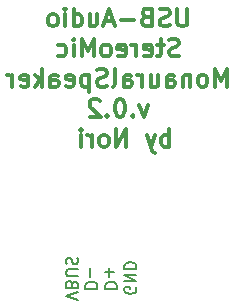
<source format=gbo>
G04 #@! TF.GenerationSoftware,KiCad,Pcbnew,(5.1.8)-1*
G04 #@! TF.CreationDate,2021-04-18T13:12:28+09:00*
G04 #@! TF.ProjectId,USB-Audio-StereoMic&MonauralSpeaker,5553422d-4175-4646-996f-2d5374657265,rev?*
G04 #@! TF.SameCoordinates,Original*
G04 #@! TF.FileFunction,Legend,Bot*
G04 #@! TF.FilePolarity,Positive*
%FSLAX46Y46*%
G04 Gerber Fmt 4.6, Leading zero omitted, Abs format (unit mm)*
G04 Created by KiCad (PCBNEW (5.1.8)-1) date 2021-04-18 13:12:28*
%MOMM*%
%LPD*%
G01*
G04 APERTURE LIST*
%ADD10C,0.300000*%
%ADD11C,0.150000*%
G04 APERTURE END LIST*
D10*
X125857142Y-108678571D02*
X125857142Y-109892857D01*
X125785714Y-110035714D01*
X125714285Y-110107142D01*
X125571428Y-110178571D01*
X125285714Y-110178571D01*
X125142857Y-110107142D01*
X125071428Y-110035714D01*
X125000000Y-109892857D01*
X125000000Y-108678571D01*
X124357142Y-110107142D02*
X124142857Y-110178571D01*
X123785714Y-110178571D01*
X123642857Y-110107142D01*
X123571428Y-110035714D01*
X123500000Y-109892857D01*
X123500000Y-109750000D01*
X123571428Y-109607142D01*
X123642857Y-109535714D01*
X123785714Y-109464285D01*
X124071428Y-109392857D01*
X124214285Y-109321428D01*
X124285714Y-109250000D01*
X124357142Y-109107142D01*
X124357142Y-108964285D01*
X124285714Y-108821428D01*
X124214285Y-108750000D01*
X124071428Y-108678571D01*
X123714285Y-108678571D01*
X123500000Y-108750000D01*
X122357142Y-109392857D02*
X122142857Y-109464285D01*
X122071428Y-109535714D01*
X122000000Y-109678571D01*
X122000000Y-109892857D01*
X122071428Y-110035714D01*
X122142857Y-110107142D01*
X122285714Y-110178571D01*
X122857142Y-110178571D01*
X122857142Y-108678571D01*
X122357142Y-108678571D01*
X122214285Y-108750000D01*
X122142857Y-108821428D01*
X122071428Y-108964285D01*
X122071428Y-109107142D01*
X122142857Y-109250000D01*
X122214285Y-109321428D01*
X122357142Y-109392857D01*
X122857142Y-109392857D01*
X121357142Y-109607142D02*
X120214285Y-109607142D01*
X119571428Y-109750000D02*
X118857142Y-109750000D01*
X119714285Y-110178571D02*
X119214285Y-108678571D01*
X118714285Y-110178571D01*
X117571428Y-109178571D02*
X117571428Y-110178571D01*
X118214285Y-109178571D02*
X118214285Y-109964285D01*
X118142857Y-110107142D01*
X118000000Y-110178571D01*
X117785714Y-110178571D01*
X117642857Y-110107142D01*
X117571428Y-110035714D01*
X116214285Y-110178571D02*
X116214285Y-108678571D01*
X116214285Y-110107142D02*
X116357142Y-110178571D01*
X116642857Y-110178571D01*
X116785714Y-110107142D01*
X116857142Y-110035714D01*
X116928571Y-109892857D01*
X116928571Y-109464285D01*
X116857142Y-109321428D01*
X116785714Y-109250000D01*
X116642857Y-109178571D01*
X116357142Y-109178571D01*
X116214285Y-109250000D01*
X115500000Y-110178571D02*
X115500000Y-109178571D01*
X115500000Y-108678571D02*
X115571428Y-108750000D01*
X115500000Y-108821428D01*
X115428571Y-108750000D01*
X115500000Y-108678571D01*
X115500000Y-108821428D01*
X114571428Y-110178571D02*
X114714285Y-110107142D01*
X114785714Y-110035714D01*
X114857142Y-109892857D01*
X114857142Y-109464285D01*
X114785714Y-109321428D01*
X114714285Y-109250000D01*
X114571428Y-109178571D01*
X114357142Y-109178571D01*
X114214285Y-109250000D01*
X114142857Y-109321428D01*
X114071428Y-109464285D01*
X114071428Y-109892857D01*
X114142857Y-110035714D01*
X114214285Y-110107142D01*
X114357142Y-110178571D01*
X114571428Y-110178571D01*
X125142857Y-112657142D02*
X124928571Y-112728571D01*
X124571428Y-112728571D01*
X124428571Y-112657142D01*
X124357142Y-112585714D01*
X124285714Y-112442857D01*
X124285714Y-112300000D01*
X124357142Y-112157142D01*
X124428571Y-112085714D01*
X124571428Y-112014285D01*
X124857142Y-111942857D01*
X125000000Y-111871428D01*
X125071428Y-111800000D01*
X125142857Y-111657142D01*
X125142857Y-111514285D01*
X125071428Y-111371428D01*
X125000000Y-111300000D01*
X124857142Y-111228571D01*
X124500000Y-111228571D01*
X124285714Y-111300000D01*
X123857142Y-111728571D02*
X123285714Y-111728571D01*
X123642857Y-111228571D02*
X123642857Y-112514285D01*
X123571428Y-112657142D01*
X123428571Y-112728571D01*
X123285714Y-112728571D01*
X122214285Y-112657142D02*
X122357142Y-112728571D01*
X122642857Y-112728571D01*
X122785714Y-112657142D01*
X122857142Y-112514285D01*
X122857142Y-111942857D01*
X122785714Y-111800000D01*
X122642857Y-111728571D01*
X122357142Y-111728571D01*
X122214285Y-111800000D01*
X122142857Y-111942857D01*
X122142857Y-112085714D01*
X122857142Y-112228571D01*
X121500000Y-112728571D02*
X121500000Y-111728571D01*
X121500000Y-112014285D02*
X121428571Y-111871428D01*
X121357142Y-111800000D01*
X121214285Y-111728571D01*
X121071428Y-111728571D01*
X120000000Y-112657142D02*
X120142857Y-112728571D01*
X120428571Y-112728571D01*
X120571428Y-112657142D01*
X120642857Y-112514285D01*
X120642857Y-111942857D01*
X120571428Y-111800000D01*
X120428571Y-111728571D01*
X120142857Y-111728571D01*
X120000000Y-111800000D01*
X119928571Y-111942857D01*
X119928571Y-112085714D01*
X120642857Y-112228571D01*
X119071428Y-112728571D02*
X119214285Y-112657142D01*
X119285714Y-112585714D01*
X119357142Y-112442857D01*
X119357142Y-112014285D01*
X119285714Y-111871428D01*
X119214285Y-111800000D01*
X119071428Y-111728571D01*
X118857142Y-111728571D01*
X118714285Y-111800000D01*
X118642857Y-111871428D01*
X118571428Y-112014285D01*
X118571428Y-112442857D01*
X118642857Y-112585714D01*
X118714285Y-112657142D01*
X118857142Y-112728571D01*
X119071428Y-112728571D01*
X117928571Y-112728571D02*
X117928571Y-111228571D01*
X117428571Y-112300000D01*
X116928571Y-111228571D01*
X116928571Y-112728571D01*
X116214285Y-112728571D02*
X116214285Y-111728571D01*
X116214285Y-111228571D02*
X116285714Y-111300000D01*
X116214285Y-111371428D01*
X116142857Y-111300000D01*
X116214285Y-111228571D01*
X116214285Y-111371428D01*
X114857142Y-112657142D02*
X115000000Y-112728571D01*
X115285714Y-112728571D01*
X115428571Y-112657142D01*
X115500000Y-112585714D01*
X115571428Y-112442857D01*
X115571428Y-112014285D01*
X115500000Y-111871428D01*
X115428571Y-111800000D01*
X115285714Y-111728571D01*
X115000000Y-111728571D01*
X114857142Y-111800000D01*
X129178571Y-115278571D02*
X129178571Y-113778571D01*
X128678571Y-114850000D01*
X128178571Y-113778571D01*
X128178571Y-115278571D01*
X127250000Y-115278571D02*
X127392857Y-115207142D01*
X127464285Y-115135714D01*
X127535714Y-114992857D01*
X127535714Y-114564285D01*
X127464285Y-114421428D01*
X127392857Y-114350000D01*
X127250000Y-114278571D01*
X127035714Y-114278571D01*
X126892857Y-114350000D01*
X126821428Y-114421428D01*
X126750000Y-114564285D01*
X126750000Y-114992857D01*
X126821428Y-115135714D01*
X126892857Y-115207142D01*
X127035714Y-115278571D01*
X127250000Y-115278571D01*
X126107142Y-114278571D02*
X126107142Y-115278571D01*
X126107142Y-114421428D02*
X126035714Y-114350000D01*
X125892857Y-114278571D01*
X125678571Y-114278571D01*
X125535714Y-114350000D01*
X125464285Y-114492857D01*
X125464285Y-115278571D01*
X124107142Y-115278571D02*
X124107142Y-114492857D01*
X124178571Y-114350000D01*
X124321428Y-114278571D01*
X124607142Y-114278571D01*
X124750000Y-114350000D01*
X124107142Y-115207142D02*
X124250000Y-115278571D01*
X124607142Y-115278571D01*
X124750000Y-115207142D01*
X124821428Y-115064285D01*
X124821428Y-114921428D01*
X124750000Y-114778571D01*
X124607142Y-114707142D01*
X124250000Y-114707142D01*
X124107142Y-114635714D01*
X122750000Y-114278571D02*
X122750000Y-115278571D01*
X123392857Y-114278571D02*
X123392857Y-115064285D01*
X123321428Y-115207142D01*
X123178571Y-115278571D01*
X122964285Y-115278571D01*
X122821428Y-115207142D01*
X122750000Y-115135714D01*
X122035714Y-115278571D02*
X122035714Y-114278571D01*
X122035714Y-114564285D02*
X121964285Y-114421428D01*
X121892857Y-114350000D01*
X121750000Y-114278571D01*
X121607142Y-114278571D01*
X120464285Y-115278571D02*
X120464285Y-114492857D01*
X120535714Y-114350000D01*
X120678571Y-114278571D01*
X120964285Y-114278571D01*
X121107142Y-114350000D01*
X120464285Y-115207142D02*
X120607142Y-115278571D01*
X120964285Y-115278571D01*
X121107142Y-115207142D01*
X121178571Y-115064285D01*
X121178571Y-114921428D01*
X121107142Y-114778571D01*
X120964285Y-114707142D01*
X120607142Y-114707142D01*
X120464285Y-114635714D01*
X119535714Y-115278571D02*
X119678571Y-115207142D01*
X119750000Y-115064285D01*
X119750000Y-113778571D01*
X119035714Y-115207142D02*
X118821428Y-115278571D01*
X118464285Y-115278571D01*
X118321428Y-115207142D01*
X118250000Y-115135714D01*
X118178571Y-114992857D01*
X118178571Y-114850000D01*
X118250000Y-114707142D01*
X118321428Y-114635714D01*
X118464285Y-114564285D01*
X118750000Y-114492857D01*
X118892857Y-114421428D01*
X118964285Y-114350000D01*
X119035714Y-114207142D01*
X119035714Y-114064285D01*
X118964285Y-113921428D01*
X118892857Y-113850000D01*
X118750000Y-113778571D01*
X118392857Y-113778571D01*
X118178571Y-113850000D01*
X117535714Y-114278571D02*
X117535714Y-115778571D01*
X117535714Y-114350000D02*
X117392857Y-114278571D01*
X117107142Y-114278571D01*
X116964285Y-114350000D01*
X116892857Y-114421428D01*
X116821428Y-114564285D01*
X116821428Y-114992857D01*
X116892857Y-115135714D01*
X116964285Y-115207142D01*
X117107142Y-115278571D01*
X117392857Y-115278571D01*
X117535714Y-115207142D01*
X115607142Y-115207142D02*
X115750000Y-115278571D01*
X116035714Y-115278571D01*
X116178571Y-115207142D01*
X116250000Y-115064285D01*
X116250000Y-114492857D01*
X116178571Y-114350000D01*
X116035714Y-114278571D01*
X115750000Y-114278571D01*
X115607142Y-114350000D01*
X115535714Y-114492857D01*
X115535714Y-114635714D01*
X116250000Y-114778571D01*
X114250000Y-115278571D02*
X114250000Y-114492857D01*
X114321428Y-114350000D01*
X114464285Y-114278571D01*
X114750000Y-114278571D01*
X114892857Y-114350000D01*
X114250000Y-115207142D02*
X114392857Y-115278571D01*
X114750000Y-115278571D01*
X114892857Y-115207142D01*
X114964285Y-115064285D01*
X114964285Y-114921428D01*
X114892857Y-114778571D01*
X114750000Y-114707142D01*
X114392857Y-114707142D01*
X114250000Y-114635714D01*
X113535714Y-115278571D02*
X113535714Y-113778571D01*
X113392857Y-114707142D02*
X112964285Y-115278571D01*
X112964285Y-114278571D02*
X113535714Y-114850000D01*
X111750000Y-115207142D02*
X111892857Y-115278571D01*
X112178571Y-115278571D01*
X112321428Y-115207142D01*
X112392857Y-115064285D01*
X112392857Y-114492857D01*
X112321428Y-114350000D01*
X112178571Y-114278571D01*
X111892857Y-114278571D01*
X111750000Y-114350000D01*
X111678571Y-114492857D01*
X111678571Y-114635714D01*
X112392857Y-114778571D01*
X111035714Y-115278571D02*
X111035714Y-114278571D01*
X111035714Y-114564285D02*
X110964285Y-114421428D01*
X110892857Y-114350000D01*
X110750000Y-114278571D01*
X110607142Y-114278571D01*
X122500000Y-116828571D02*
X122142857Y-117828571D01*
X121785714Y-116828571D01*
X121214285Y-117685714D02*
X121142857Y-117757142D01*
X121214285Y-117828571D01*
X121285714Y-117757142D01*
X121214285Y-117685714D01*
X121214285Y-117828571D01*
X120214285Y-116328571D02*
X120071428Y-116328571D01*
X119928571Y-116400000D01*
X119857142Y-116471428D01*
X119785714Y-116614285D01*
X119714285Y-116900000D01*
X119714285Y-117257142D01*
X119785714Y-117542857D01*
X119857142Y-117685714D01*
X119928571Y-117757142D01*
X120071428Y-117828571D01*
X120214285Y-117828571D01*
X120357142Y-117757142D01*
X120428571Y-117685714D01*
X120500000Y-117542857D01*
X120571428Y-117257142D01*
X120571428Y-116900000D01*
X120500000Y-116614285D01*
X120428571Y-116471428D01*
X120357142Y-116400000D01*
X120214285Y-116328571D01*
X119071428Y-117685714D02*
X119000000Y-117757142D01*
X119071428Y-117828571D01*
X119142857Y-117757142D01*
X119071428Y-117685714D01*
X119071428Y-117828571D01*
X118428571Y-116471428D02*
X118357142Y-116400000D01*
X118214285Y-116328571D01*
X117857142Y-116328571D01*
X117714285Y-116400000D01*
X117642857Y-116471428D01*
X117571428Y-116614285D01*
X117571428Y-116757142D01*
X117642857Y-116971428D01*
X118500000Y-117828571D01*
X117571428Y-117828571D01*
X124321428Y-120378571D02*
X124321428Y-118878571D01*
X124321428Y-119450000D02*
X124178571Y-119378571D01*
X123892857Y-119378571D01*
X123750000Y-119450000D01*
X123678571Y-119521428D01*
X123607142Y-119664285D01*
X123607142Y-120092857D01*
X123678571Y-120235714D01*
X123750000Y-120307142D01*
X123892857Y-120378571D01*
X124178571Y-120378571D01*
X124321428Y-120307142D01*
X123107142Y-119378571D02*
X122750000Y-120378571D01*
X122392857Y-119378571D02*
X122750000Y-120378571D01*
X122892857Y-120735714D01*
X122964285Y-120807142D01*
X123107142Y-120878571D01*
X120678571Y-120378571D02*
X120678571Y-118878571D01*
X119821428Y-120378571D01*
X119821428Y-118878571D01*
X118892857Y-120378571D02*
X119035714Y-120307142D01*
X119107142Y-120235714D01*
X119178571Y-120092857D01*
X119178571Y-119664285D01*
X119107142Y-119521428D01*
X119035714Y-119450000D01*
X118892857Y-119378571D01*
X118678571Y-119378571D01*
X118535714Y-119450000D01*
X118464285Y-119521428D01*
X118392857Y-119664285D01*
X118392857Y-120092857D01*
X118464285Y-120235714D01*
X118535714Y-120307142D01*
X118678571Y-120378571D01*
X118892857Y-120378571D01*
X117750000Y-120378571D02*
X117750000Y-119378571D01*
X117750000Y-119664285D02*
X117678571Y-119521428D01*
X117607142Y-119450000D01*
X117464285Y-119378571D01*
X117321428Y-119378571D01*
X116821428Y-120378571D02*
X116821428Y-119378571D01*
X116821428Y-118878571D02*
X116892857Y-118950000D01*
X116821428Y-119021428D01*
X116750000Y-118950000D01*
X116821428Y-118878571D01*
X116821428Y-119021428D01*
D11*
X121475000Y-132261904D02*
X121522619Y-132357142D01*
X121522619Y-132500000D01*
X121475000Y-132642857D01*
X121379761Y-132738095D01*
X121284523Y-132785714D01*
X121094047Y-132833333D01*
X120951190Y-132833333D01*
X120760714Y-132785714D01*
X120665476Y-132738095D01*
X120570238Y-132642857D01*
X120522619Y-132500000D01*
X120522619Y-132404761D01*
X120570238Y-132261904D01*
X120617857Y-132214285D01*
X120951190Y-132214285D01*
X120951190Y-132404761D01*
X120522619Y-131785714D02*
X121522619Y-131785714D01*
X120522619Y-131214285D01*
X121522619Y-131214285D01*
X120522619Y-130738095D02*
X121522619Y-130738095D01*
X121522619Y-130500000D01*
X121475000Y-130357142D01*
X121379761Y-130261904D01*
X121284523Y-130214285D01*
X121094047Y-130166666D01*
X120951190Y-130166666D01*
X120760714Y-130214285D01*
X120665476Y-130261904D01*
X120570238Y-130357142D01*
X120522619Y-130500000D01*
X120522619Y-130738095D01*
X118872619Y-132380952D02*
X119872619Y-132380952D01*
X119872619Y-132142857D01*
X119825000Y-132000000D01*
X119729761Y-131904761D01*
X119634523Y-131857142D01*
X119444047Y-131809523D01*
X119301190Y-131809523D01*
X119110714Y-131857142D01*
X119015476Y-131904761D01*
X118920238Y-132000000D01*
X118872619Y-132142857D01*
X118872619Y-132380952D01*
X119253571Y-131380952D02*
X119253571Y-130619047D01*
X118872619Y-131000000D02*
X119634523Y-131000000D01*
X117222619Y-132380952D02*
X118222619Y-132380952D01*
X118222619Y-132142857D01*
X118175000Y-132000000D01*
X118079761Y-131904761D01*
X117984523Y-131857142D01*
X117794047Y-131809523D01*
X117651190Y-131809523D01*
X117460714Y-131857142D01*
X117365476Y-131904761D01*
X117270238Y-132000000D01*
X117222619Y-132142857D01*
X117222619Y-132380952D01*
X117603571Y-131380952D02*
X117603571Y-130619047D01*
X116572619Y-133333333D02*
X115572619Y-133000000D01*
X116572619Y-132666666D01*
X116096428Y-132000000D02*
X116048809Y-131857142D01*
X116001190Y-131809523D01*
X115905952Y-131761904D01*
X115763095Y-131761904D01*
X115667857Y-131809523D01*
X115620238Y-131857142D01*
X115572619Y-131952380D01*
X115572619Y-132333333D01*
X116572619Y-132333333D01*
X116572619Y-132000000D01*
X116525000Y-131904761D01*
X116477380Y-131857142D01*
X116382142Y-131809523D01*
X116286904Y-131809523D01*
X116191666Y-131857142D01*
X116144047Y-131904761D01*
X116096428Y-132000000D01*
X116096428Y-132333333D01*
X116572619Y-131333333D02*
X115763095Y-131333333D01*
X115667857Y-131285714D01*
X115620238Y-131238095D01*
X115572619Y-131142857D01*
X115572619Y-130952380D01*
X115620238Y-130857142D01*
X115667857Y-130809523D01*
X115763095Y-130761904D01*
X116572619Y-130761904D01*
X115620238Y-130333333D02*
X115572619Y-130190476D01*
X115572619Y-129952380D01*
X115620238Y-129857142D01*
X115667857Y-129809523D01*
X115763095Y-129761904D01*
X115858333Y-129761904D01*
X115953571Y-129809523D01*
X116001190Y-129857142D01*
X116048809Y-129952380D01*
X116096428Y-130142857D01*
X116144047Y-130238095D01*
X116191666Y-130285714D01*
X116286904Y-130333333D01*
X116382142Y-130333333D01*
X116477380Y-130285714D01*
X116525000Y-130238095D01*
X116572619Y-130142857D01*
X116572619Y-129904761D01*
X116525000Y-129761904D01*
M02*

</source>
